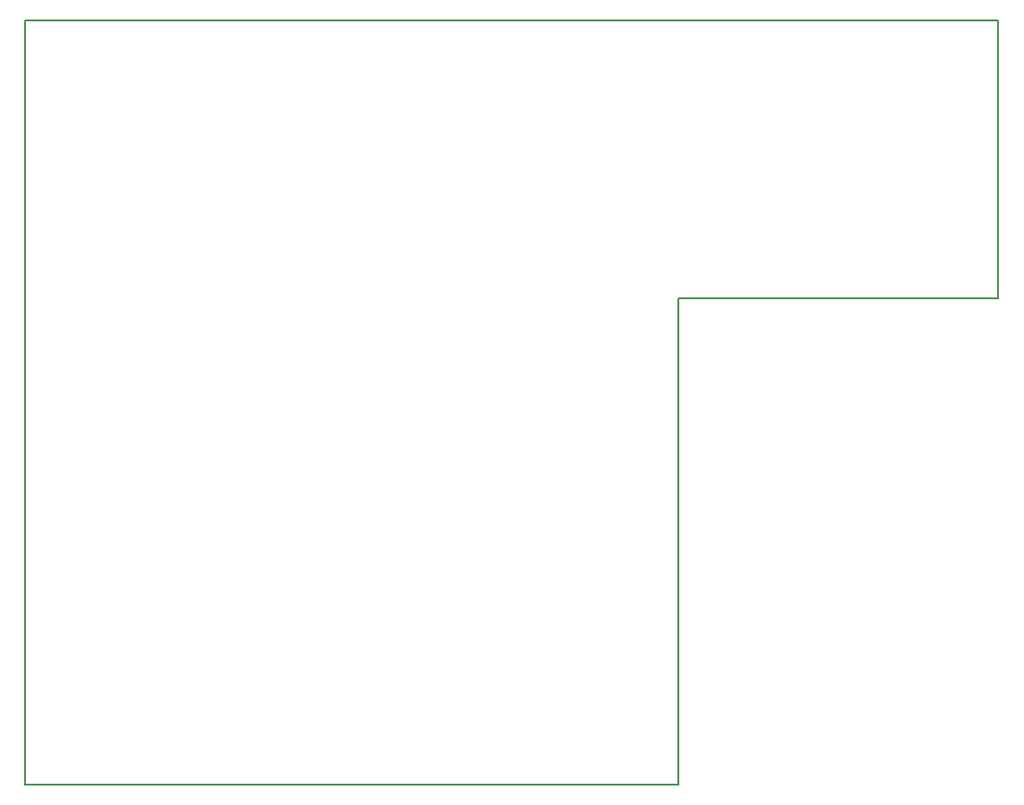
<source format=gbr>
G04 #@! TF.GenerationSoftware,KiCad,Pcbnew,5.0.2-bee76a0~70~ubuntu18.04.1*
G04 #@! TF.CreationDate,2019-06-23T22:02:32+02:00*
G04 #@! TF.ProjectId,smpsu,736d7073-752e-46b6-9963-61645f706362,rev?*
G04 #@! TF.SameCoordinates,Original*
G04 #@! TF.FileFunction,Profile,NP*
%FSLAX46Y46*%
G04 Gerber Fmt 4.6, Leading zero omitted, Abs format (unit mm)*
G04 Created by KiCad (PCBNEW 5.0.2-bee76a0~70~ubuntu18.04.1) date sön 23 jun 2019 22:02:32*
%MOMM*%
%LPD*%
G01*
G04 APERTURE LIST*
%ADD10C,0.200000*%
%ADD11C,0.150000*%
G04 APERTURE END LIST*
D10*
X81103555Y-127888003D02*
X81103555Y-136778003D01*
X170003555Y-75818003D02*
X170003555Y-66928003D01*
D11*
X170003555Y-92328003D02*
X170003555Y-75818003D01*
X81103555Y-136778003D02*
X140793555Y-136778003D01*
X140793555Y-92328003D02*
X140793555Y-136778003D01*
X170003555Y-92328003D02*
X140793555Y-92328003D01*
D10*
X81103555Y-66928003D02*
X170003555Y-66928003D01*
X81103555Y-127888003D02*
X81103555Y-66928003D01*
M02*

</source>
